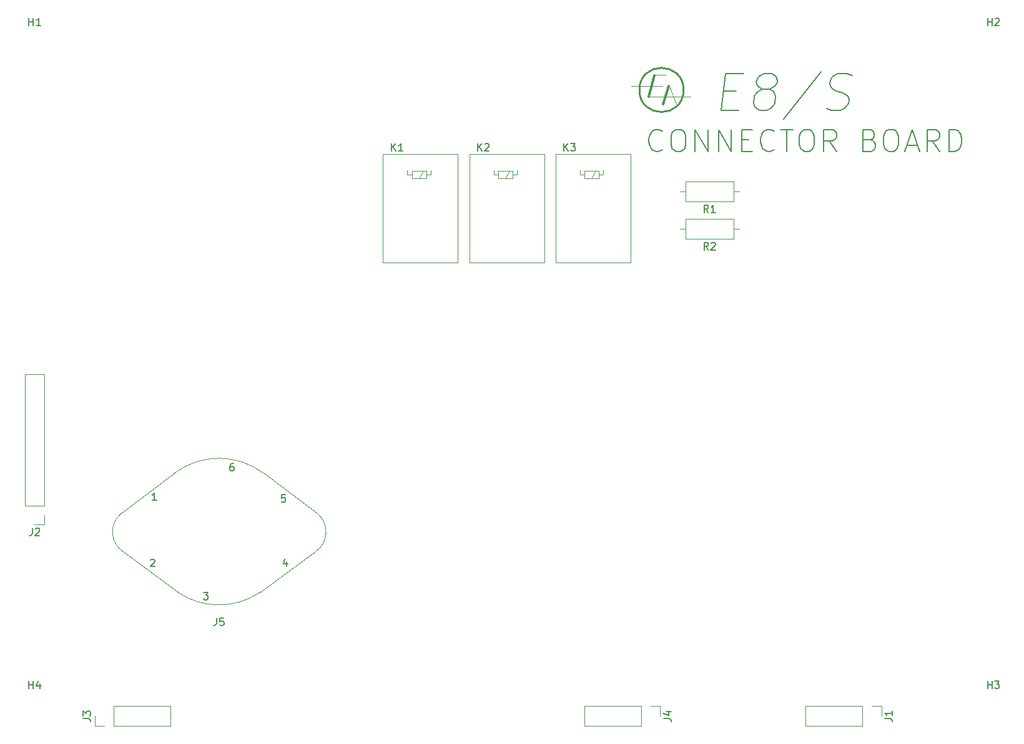
<source format=gbr>
%TF.GenerationSoftware,KiCad,Pcbnew,(5.1.10-1-10_14)*%
%TF.CreationDate,2021-06-27T13:04:22+10:00*%
%TF.ProjectId,support PCB,73757070-6f72-4742-9050-43422e6b6963,rev?*%
%TF.SameCoordinates,Original*%
%TF.FileFunction,Legend,Top*%
%TF.FilePolarity,Positive*%
%FSLAX46Y46*%
G04 Gerber Fmt 4.6, Leading zero omitted, Abs format (unit mm)*
G04 Created by KiCad (PCBNEW (5.1.10-1-10_14)) date 2021-06-27 13:04:22*
%MOMM*%
%LPD*%
G01*
G04 APERTURE LIST*
%ADD10C,0.150000*%
%ADD11C,0.120000*%
%ADD12C,0.300000*%
%ADD13C,0.240000*%
G04 APERTURE END LIST*
D10*
X150142857Y-58071428D02*
X150000000Y-58214285D01*
X149571428Y-58357142D01*
X149285714Y-58357142D01*
X148857142Y-58214285D01*
X148571428Y-57928571D01*
X148428571Y-57642857D01*
X148285714Y-57071428D01*
X148285714Y-56642857D01*
X148428571Y-56071428D01*
X148571428Y-55785714D01*
X148857142Y-55500000D01*
X149285714Y-55357142D01*
X149571428Y-55357142D01*
X150000000Y-55500000D01*
X150142857Y-55642857D01*
X152000000Y-55357142D02*
X152571428Y-55357142D01*
X152857142Y-55500000D01*
X153142857Y-55785714D01*
X153285714Y-56357142D01*
X153285714Y-57357142D01*
X153142857Y-57928571D01*
X152857142Y-58214285D01*
X152571428Y-58357142D01*
X152000000Y-58357142D01*
X151714285Y-58214285D01*
X151428571Y-57928571D01*
X151285714Y-57357142D01*
X151285714Y-56357142D01*
X151428571Y-55785714D01*
X151714285Y-55500000D01*
X152000000Y-55357142D01*
X154571428Y-58357142D02*
X154571428Y-55357142D01*
X156285714Y-58357142D01*
X156285714Y-55357142D01*
X157714285Y-58357142D02*
X157714285Y-55357142D01*
X159428571Y-58357142D01*
X159428571Y-55357142D01*
X160857142Y-56785714D02*
X161857142Y-56785714D01*
X162285714Y-58357142D02*
X160857142Y-58357142D01*
X160857142Y-55357142D01*
X162285714Y-55357142D01*
X165285714Y-58071428D02*
X165142857Y-58214285D01*
X164714285Y-58357142D01*
X164428571Y-58357142D01*
X164000000Y-58214285D01*
X163714285Y-57928571D01*
X163571428Y-57642857D01*
X163428571Y-57071428D01*
X163428571Y-56642857D01*
X163571428Y-56071428D01*
X163714285Y-55785714D01*
X164000000Y-55500000D01*
X164428571Y-55357142D01*
X164714285Y-55357142D01*
X165142857Y-55500000D01*
X165285714Y-55642857D01*
X166142857Y-55357142D02*
X167857142Y-55357142D01*
X167000000Y-58357142D02*
X167000000Y-55357142D01*
X169428571Y-55357142D02*
X170000000Y-55357142D01*
X170285714Y-55500000D01*
X170571428Y-55785714D01*
X170714285Y-56357142D01*
X170714285Y-57357142D01*
X170571428Y-57928571D01*
X170285714Y-58214285D01*
X170000000Y-58357142D01*
X169428571Y-58357142D01*
X169142857Y-58214285D01*
X168857142Y-57928571D01*
X168714285Y-57357142D01*
X168714285Y-56357142D01*
X168857142Y-55785714D01*
X169142857Y-55500000D01*
X169428571Y-55357142D01*
X173714285Y-58357142D02*
X172714285Y-56928571D01*
X172000000Y-58357142D02*
X172000000Y-55357142D01*
X173142857Y-55357142D01*
X173428571Y-55500000D01*
X173571428Y-55642857D01*
X173714285Y-55928571D01*
X173714285Y-56357142D01*
X173571428Y-56642857D01*
X173428571Y-56785714D01*
X173142857Y-56928571D01*
X172000000Y-56928571D01*
X178285714Y-56785714D02*
X178714285Y-56928571D01*
X178857142Y-57071428D01*
X179000000Y-57357142D01*
X179000000Y-57785714D01*
X178857142Y-58071428D01*
X178714285Y-58214285D01*
X178428571Y-58357142D01*
X177285714Y-58357142D01*
X177285714Y-55357142D01*
X178285714Y-55357142D01*
X178571428Y-55500000D01*
X178714285Y-55642857D01*
X178857142Y-55928571D01*
X178857142Y-56214285D01*
X178714285Y-56500000D01*
X178571428Y-56642857D01*
X178285714Y-56785714D01*
X177285714Y-56785714D01*
X180857142Y-55357142D02*
X181428571Y-55357142D01*
X181714285Y-55500000D01*
X182000000Y-55785714D01*
X182142857Y-56357142D01*
X182142857Y-57357142D01*
X182000000Y-57928571D01*
X181714285Y-58214285D01*
X181428571Y-58357142D01*
X180857142Y-58357142D01*
X180571428Y-58214285D01*
X180285714Y-57928571D01*
X180142857Y-57357142D01*
X180142857Y-56357142D01*
X180285714Y-55785714D01*
X180571428Y-55500000D01*
X180857142Y-55357142D01*
X183285714Y-57500000D02*
X184714285Y-57500000D01*
X183000000Y-58357142D02*
X184000000Y-55357142D01*
X185000000Y-58357142D01*
X187714285Y-58357142D02*
X186714285Y-56928571D01*
X186000000Y-58357142D02*
X186000000Y-55357142D01*
X187142857Y-55357142D01*
X187428571Y-55500000D01*
X187571428Y-55642857D01*
X187714285Y-55928571D01*
X187714285Y-56357142D01*
X187571428Y-56642857D01*
X187428571Y-56785714D01*
X187142857Y-56928571D01*
X186000000Y-56928571D01*
X189000000Y-58357142D02*
X189000000Y-55357142D01*
X189714285Y-55357142D01*
X190142857Y-55500000D01*
X190428571Y-55785714D01*
X190571428Y-56071428D01*
X190714285Y-56642857D01*
X190714285Y-57071428D01*
X190571428Y-57642857D01*
X190428571Y-57928571D01*
X190142857Y-58214285D01*
X189714285Y-58357142D01*
X189000000Y-58357142D01*
X158423824Y-50142857D02*
X160090491Y-50142857D01*
X160477395Y-52761904D02*
X158096443Y-52761904D01*
X158721443Y-47761904D01*
X161102395Y-47761904D01*
X163691681Y-49904761D02*
X163245252Y-49666666D01*
X163036919Y-49428571D01*
X162858348Y-48952380D01*
X162888110Y-48714285D01*
X163185729Y-48238095D01*
X163453586Y-48000000D01*
X163959538Y-47761904D01*
X164911919Y-47761904D01*
X165358348Y-48000000D01*
X165566681Y-48238095D01*
X165745252Y-48714285D01*
X165715491Y-48952380D01*
X165417872Y-49428571D01*
X165150014Y-49666666D01*
X164644062Y-49904761D01*
X163691681Y-49904761D01*
X163185729Y-50142857D01*
X162917872Y-50380952D01*
X162620252Y-50857142D01*
X162501205Y-51809523D01*
X162679776Y-52285714D01*
X162888110Y-52523809D01*
X163334538Y-52761904D01*
X164286919Y-52761904D01*
X164792872Y-52523809D01*
X165060729Y-52285714D01*
X165358348Y-51809523D01*
X165477395Y-50857142D01*
X165298824Y-50380952D01*
X165090491Y-50142857D01*
X164644062Y-49904761D01*
X171608348Y-47523809D02*
X166519062Y-53952380D01*
X172411919Y-52523809D02*
X173096443Y-52761904D01*
X174286919Y-52761904D01*
X174792872Y-52523809D01*
X175060729Y-52285714D01*
X175358348Y-51809523D01*
X175417872Y-51333333D01*
X175239300Y-50857142D01*
X175030967Y-50619047D01*
X174584538Y-50380952D01*
X173661919Y-50142857D01*
X173215491Y-49904761D01*
X173007157Y-49666666D01*
X172828586Y-49190476D01*
X172888110Y-48714285D01*
X173185729Y-48238095D01*
X173453586Y-48000000D01*
X173959538Y-47761904D01*
X175150014Y-47761904D01*
X175834538Y-48000000D01*
D11*
%TO.C,REF\u002A\u002A*%
X151040000Y-49490000D02*
X152000000Y-51960000D01*
D12*
X151000000Y-49500000D02*
X150200000Y-51900000D01*
D11*
X148250000Y-50950000D02*
X153950000Y-50950000D01*
X145910000Y-49470000D02*
X150110000Y-49470000D01*
X148960000Y-47930000D02*
X150570000Y-47930000D01*
D12*
X149000000Y-48000000D02*
X148300000Y-50900000D01*
D13*
X153000000Y-50000000D02*
G75*
G03*
X153000000Y-50000000I-3000000J0D01*
G01*
D11*
%TO.C,J5*%
X77031160Y-112701034D02*
G75*
G02*
X76750001Y-107500001I1718840J2701034D01*
G01*
X103314103Y-107477208D02*
G75*
G02*
X103000000Y-112750000I-2064103J-2522792D01*
G01*
X84000000Y-102000000D02*
G75*
G02*
X96000000Y-102000000I6000000J-8000000D01*
G01*
X95560959Y-118209034D02*
G75*
G02*
X84500000Y-118250000I-5560959J8209034D01*
G01*
X77031161Y-112701033D02*
X84500000Y-118250000D01*
X84000000Y-102000000D02*
X76750000Y-107500000D01*
X103314103Y-107477208D02*
X96000000Y-102000000D01*
X103000000Y-112750000D02*
X95560959Y-118209034D01*
%TO.C,K3*%
X135630000Y-73446000D02*
X135630000Y-58714000D01*
X135630000Y-58714000D02*
X145790000Y-58714000D01*
X145790000Y-58714000D02*
X145790000Y-73446000D01*
X145790000Y-73446000D02*
X135630000Y-73446000D01*
X141116000Y-61000000D02*
X140481000Y-62016000D01*
X138932000Y-60873000D02*
X138932000Y-61508000D01*
X138932000Y-61508000D02*
X139592000Y-61508000D01*
X142132000Y-60873000D02*
X142132000Y-61508000D01*
X142132000Y-61508000D02*
X141497000Y-61508000D01*
X141497000Y-61000000D02*
X139592000Y-61000000D01*
X139592000Y-61000000D02*
X139592000Y-62016000D01*
X139592000Y-62016000D02*
X141497000Y-62016000D01*
X141497000Y-61000000D02*
X141497000Y-62016000D01*
%TO.C,K2*%
X123930000Y-73446000D02*
X123930000Y-58714000D01*
X123930000Y-58714000D02*
X134090000Y-58714000D01*
X134090000Y-58714000D02*
X134090000Y-73446000D01*
X134090000Y-73446000D02*
X123930000Y-73446000D01*
X129416000Y-61000000D02*
X128781000Y-62016000D01*
X127232000Y-60873000D02*
X127232000Y-61508000D01*
X127232000Y-61508000D02*
X127892000Y-61508000D01*
X130432000Y-60873000D02*
X130432000Y-61508000D01*
X130432000Y-61508000D02*
X129797000Y-61508000D01*
X129797000Y-61000000D02*
X127892000Y-61000000D01*
X127892000Y-61000000D02*
X127892000Y-62016000D01*
X127892000Y-62016000D02*
X129797000Y-62016000D01*
X129797000Y-61000000D02*
X129797000Y-62016000D01*
%TO.C,K1*%
X112230000Y-73446000D02*
X112230000Y-58714000D01*
X112230000Y-58714000D02*
X122390000Y-58714000D01*
X122390000Y-58714000D02*
X122390000Y-73446000D01*
X122390000Y-73446000D02*
X112230000Y-73446000D01*
X117716000Y-61000000D02*
X117081000Y-62016000D01*
X115532000Y-60873000D02*
X115532000Y-61508000D01*
X115532000Y-61508000D02*
X116192000Y-61508000D01*
X118732000Y-60873000D02*
X118732000Y-61508000D01*
X118732000Y-61508000D02*
X118097000Y-61508000D01*
X118097000Y-61000000D02*
X116192000Y-61000000D01*
X116192000Y-61000000D02*
X116192000Y-62016000D01*
X116192000Y-62016000D02*
X118097000Y-62016000D01*
X118097000Y-61000000D02*
X118097000Y-62016000D01*
%TO.C,R2*%
X159790000Y-70250000D02*
X159790000Y-67510000D01*
X159790000Y-67510000D02*
X153250000Y-67510000D01*
X153250000Y-67510000D02*
X153250000Y-70250000D01*
X153250000Y-70250000D02*
X159790000Y-70250000D01*
X160560000Y-68880000D02*
X159790000Y-68880000D01*
X152480000Y-68880000D02*
X153250000Y-68880000D01*
%TO.C,R1*%
X159790000Y-65170000D02*
X159790000Y-62430000D01*
X159790000Y-62430000D02*
X153250000Y-62430000D01*
X153250000Y-62430000D02*
X153250000Y-65170000D01*
X153250000Y-65170000D02*
X159790000Y-65170000D01*
X160560000Y-63800000D02*
X159790000Y-63800000D01*
X152480000Y-63800000D02*
X153250000Y-63800000D01*
%TO.C,J4*%
X139550000Y-133670000D02*
X139550000Y-136330000D01*
X147230000Y-133670000D02*
X139550000Y-133670000D01*
X147230000Y-136330000D02*
X139550000Y-136330000D01*
X147230000Y-133670000D02*
X147230000Y-136330000D01*
X148500000Y-133670000D02*
X149830000Y-133670000D01*
X149830000Y-133670000D02*
X149830000Y-135000000D01*
%TO.C,J3*%
X83410000Y-136330000D02*
X83410000Y-133670000D01*
X75730000Y-136330000D02*
X83410000Y-136330000D01*
X75730000Y-133670000D02*
X83410000Y-133670000D01*
X75730000Y-136330000D02*
X75730000Y-133670000D01*
X74460000Y-136330000D02*
X73130000Y-136330000D01*
X73130000Y-136330000D02*
X73130000Y-135000000D01*
%TO.C,J2*%
X66330000Y-88590000D02*
X63670000Y-88590000D01*
X66330000Y-106430000D02*
X66330000Y-88590000D01*
X63670000Y-106430000D02*
X63670000Y-88590000D01*
X66330000Y-106430000D02*
X63670000Y-106430000D01*
X66330000Y-107700000D02*
X66330000Y-109030000D01*
X66330000Y-109030000D02*
X65000000Y-109030000D01*
%TO.C,J1*%
X169550000Y-133670000D02*
X169550000Y-136330000D01*
X177230000Y-133670000D02*
X169550000Y-133670000D01*
X177230000Y-136330000D02*
X169550000Y-136330000D01*
X177230000Y-133670000D02*
X177230000Y-136330000D01*
X178500000Y-133670000D02*
X179830000Y-133670000D01*
X179830000Y-133670000D02*
X179830000Y-135000000D01*
%TO.C,H4*%
D10*
X64238095Y-131252380D02*
X64238095Y-130252380D01*
X64238095Y-130728571D02*
X64809523Y-130728571D01*
X64809523Y-131252380D02*
X64809523Y-130252380D01*
X65714285Y-130585714D02*
X65714285Y-131252380D01*
X65476190Y-130204761D02*
X65238095Y-130919047D01*
X65857142Y-130919047D01*
%TO.C,H3*%
X194238095Y-131252380D02*
X194238095Y-130252380D01*
X194238095Y-130728571D02*
X194809523Y-130728571D01*
X194809523Y-131252380D02*
X194809523Y-130252380D01*
X195190476Y-130252380D02*
X195809523Y-130252380D01*
X195476190Y-130633333D01*
X195619047Y-130633333D01*
X195714285Y-130680952D01*
X195761904Y-130728571D01*
X195809523Y-130823809D01*
X195809523Y-131061904D01*
X195761904Y-131157142D01*
X195714285Y-131204761D01*
X195619047Y-131252380D01*
X195333333Y-131252380D01*
X195238095Y-131204761D01*
X195190476Y-131157142D01*
%TO.C,H2*%
X194238095Y-41252380D02*
X194238095Y-40252380D01*
X194238095Y-40728571D02*
X194809523Y-40728571D01*
X194809523Y-41252380D02*
X194809523Y-40252380D01*
X195238095Y-40347619D02*
X195285714Y-40300000D01*
X195380952Y-40252380D01*
X195619047Y-40252380D01*
X195714285Y-40300000D01*
X195761904Y-40347619D01*
X195809523Y-40442857D01*
X195809523Y-40538095D01*
X195761904Y-40680952D01*
X195190476Y-41252380D01*
X195809523Y-41252380D01*
%TO.C,H1*%
X64238095Y-41252380D02*
X64238095Y-40252380D01*
X64238095Y-40728571D02*
X64809523Y-40728571D01*
X64809523Y-41252380D02*
X64809523Y-40252380D01*
X65809523Y-41252380D02*
X65238095Y-41252380D01*
X65523809Y-41252380D02*
X65523809Y-40252380D01*
X65428571Y-40395238D01*
X65333333Y-40490476D01*
X65238095Y-40538095D01*
%TO.C,J5*%
X89666666Y-121702380D02*
X89666666Y-122416666D01*
X89619047Y-122559523D01*
X89523809Y-122654761D01*
X89380952Y-122702380D01*
X89285714Y-122702380D01*
X90619047Y-121702380D02*
X90142857Y-121702380D01*
X90095238Y-122178571D01*
X90142857Y-122130952D01*
X90238095Y-122083333D01*
X90476190Y-122083333D01*
X90571428Y-122130952D01*
X90619047Y-122178571D01*
X90666666Y-122273809D01*
X90666666Y-122511904D01*
X90619047Y-122607142D01*
X90571428Y-122654761D01*
X90476190Y-122702380D01*
X90238095Y-122702380D01*
X90142857Y-122654761D01*
X90095238Y-122607142D01*
X91940476Y-100702380D02*
X91750000Y-100702380D01*
X91654761Y-100750000D01*
X91607142Y-100797619D01*
X91511904Y-100940476D01*
X91464285Y-101130952D01*
X91464285Y-101511904D01*
X91511904Y-101607142D01*
X91559523Y-101654761D01*
X91654761Y-101702380D01*
X91845238Y-101702380D01*
X91940476Y-101654761D01*
X91988095Y-101607142D01*
X92035714Y-101511904D01*
X92035714Y-101273809D01*
X91988095Y-101178571D01*
X91940476Y-101130952D01*
X91845238Y-101083333D01*
X91654761Y-101083333D01*
X91559523Y-101130952D01*
X91511904Y-101178571D01*
X91464285Y-101273809D01*
X98988095Y-104952380D02*
X98511904Y-104952380D01*
X98464285Y-105428571D01*
X98511904Y-105380952D01*
X98607142Y-105333333D01*
X98845238Y-105333333D01*
X98940476Y-105380952D01*
X98988095Y-105428571D01*
X99035714Y-105523809D01*
X99035714Y-105761904D01*
X98988095Y-105857142D01*
X98940476Y-105904761D01*
X98845238Y-105952380D01*
X98607142Y-105952380D01*
X98511904Y-105904761D01*
X98464285Y-105857142D01*
X99190476Y-114035714D02*
X99190476Y-114702380D01*
X98952380Y-113654761D02*
X98714285Y-114369047D01*
X99333333Y-114369047D01*
X87916666Y-118202380D02*
X88535714Y-118202380D01*
X88202380Y-118583333D01*
X88345238Y-118583333D01*
X88440476Y-118630952D01*
X88488095Y-118678571D01*
X88535714Y-118773809D01*
X88535714Y-119011904D01*
X88488095Y-119107142D01*
X88440476Y-119154761D01*
X88345238Y-119202380D01*
X88059523Y-119202380D01*
X87964285Y-119154761D01*
X87916666Y-119107142D01*
X80714285Y-113797619D02*
X80761904Y-113750000D01*
X80857142Y-113702380D01*
X81095238Y-113702380D01*
X81190476Y-113750000D01*
X81238095Y-113797619D01*
X81285714Y-113892857D01*
X81285714Y-113988095D01*
X81238095Y-114130952D01*
X80666666Y-114702380D01*
X81285714Y-114702380D01*
X81535714Y-105702380D02*
X80964285Y-105702380D01*
X81250000Y-105702380D02*
X81250000Y-104702380D01*
X81154761Y-104845238D01*
X81059523Y-104940476D01*
X80964285Y-104988095D01*
%TO.C,K3*%
X136796904Y-58277380D02*
X136796904Y-57277380D01*
X137368333Y-58277380D02*
X136939761Y-57705952D01*
X137368333Y-57277380D02*
X136796904Y-57848809D01*
X137701666Y-57277380D02*
X138320714Y-57277380D01*
X137987380Y-57658333D01*
X138130238Y-57658333D01*
X138225476Y-57705952D01*
X138273095Y-57753571D01*
X138320714Y-57848809D01*
X138320714Y-58086904D01*
X138273095Y-58182142D01*
X138225476Y-58229761D01*
X138130238Y-58277380D01*
X137844523Y-58277380D01*
X137749285Y-58229761D01*
X137701666Y-58182142D01*
%TO.C,K2*%
X125096904Y-58277380D02*
X125096904Y-57277380D01*
X125668333Y-58277380D02*
X125239761Y-57705952D01*
X125668333Y-57277380D02*
X125096904Y-57848809D01*
X126049285Y-57372619D02*
X126096904Y-57325000D01*
X126192142Y-57277380D01*
X126430238Y-57277380D01*
X126525476Y-57325000D01*
X126573095Y-57372619D01*
X126620714Y-57467857D01*
X126620714Y-57563095D01*
X126573095Y-57705952D01*
X126001666Y-58277380D01*
X126620714Y-58277380D01*
%TO.C,K1*%
X113396904Y-58277380D02*
X113396904Y-57277380D01*
X113968333Y-58277380D02*
X113539761Y-57705952D01*
X113968333Y-57277380D02*
X113396904Y-57848809D01*
X114920714Y-58277380D02*
X114349285Y-58277380D01*
X114635000Y-58277380D02*
X114635000Y-57277380D01*
X114539761Y-57420238D01*
X114444523Y-57515476D01*
X114349285Y-57563095D01*
%TO.C,R2*%
X156353333Y-71702380D02*
X156020000Y-71226190D01*
X155781904Y-71702380D02*
X155781904Y-70702380D01*
X156162857Y-70702380D01*
X156258095Y-70750000D01*
X156305714Y-70797619D01*
X156353333Y-70892857D01*
X156353333Y-71035714D01*
X156305714Y-71130952D01*
X156258095Y-71178571D01*
X156162857Y-71226190D01*
X155781904Y-71226190D01*
X156734285Y-70797619D02*
X156781904Y-70750000D01*
X156877142Y-70702380D01*
X157115238Y-70702380D01*
X157210476Y-70750000D01*
X157258095Y-70797619D01*
X157305714Y-70892857D01*
X157305714Y-70988095D01*
X157258095Y-71130952D01*
X156686666Y-71702380D01*
X157305714Y-71702380D01*
%TO.C,R1*%
X156353333Y-66622380D02*
X156020000Y-66146190D01*
X155781904Y-66622380D02*
X155781904Y-65622380D01*
X156162857Y-65622380D01*
X156258095Y-65670000D01*
X156305714Y-65717619D01*
X156353333Y-65812857D01*
X156353333Y-65955714D01*
X156305714Y-66050952D01*
X156258095Y-66098571D01*
X156162857Y-66146190D01*
X155781904Y-66146190D01*
X157305714Y-66622380D02*
X156734285Y-66622380D01*
X157020000Y-66622380D02*
X157020000Y-65622380D01*
X156924761Y-65765238D01*
X156829523Y-65860476D01*
X156734285Y-65908095D01*
%TO.C,J4*%
X150282380Y-135333333D02*
X150996666Y-135333333D01*
X151139523Y-135380952D01*
X151234761Y-135476190D01*
X151282380Y-135619047D01*
X151282380Y-135714285D01*
X150615714Y-134428571D02*
X151282380Y-134428571D01*
X150234761Y-134666666D02*
X150949047Y-134904761D01*
X150949047Y-134285714D01*
%TO.C,J3*%
X71582380Y-135333333D02*
X72296666Y-135333333D01*
X72439523Y-135380952D01*
X72534761Y-135476190D01*
X72582380Y-135619047D01*
X72582380Y-135714285D01*
X71582380Y-134952380D02*
X71582380Y-134333333D01*
X71963333Y-134666666D01*
X71963333Y-134523809D01*
X72010952Y-134428571D01*
X72058571Y-134380952D01*
X72153809Y-134333333D01*
X72391904Y-134333333D01*
X72487142Y-134380952D01*
X72534761Y-134428571D01*
X72582380Y-134523809D01*
X72582380Y-134809523D01*
X72534761Y-134904761D01*
X72487142Y-134952380D01*
%TO.C,J2*%
X64666666Y-109482380D02*
X64666666Y-110196666D01*
X64619047Y-110339523D01*
X64523809Y-110434761D01*
X64380952Y-110482380D01*
X64285714Y-110482380D01*
X65095238Y-109577619D02*
X65142857Y-109530000D01*
X65238095Y-109482380D01*
X65476190Y-109482380D01*
X65571428Y-109530000D01*
X65619047Y-109577619D01*
X65666666Y-109672857D01*
X65666666Y-109768095D01*
X65619047Y-109910952D01*
X65047619Y-110482380D01*
X65666666Y-110482380D01*
%TO.C,J1*%
X180282380Y-135333333D02*
X180996666Y-135333333D01*
X181139523Y-135380952D01*
X181234761Y-135476190D01*
X181282380Y-135619047D01*
X181282380Y-135714285D01*
X181282380Y-134333333D02*
X181282380Y-134904761D01*
X181282380Y-134619047D02*
X180282380Y-134619047D01*
X180425238Y-134714285D01*
X180520476Y-134809523D01*
X180568095Y-134904761D01*
%TD*%
M02*

</source>
